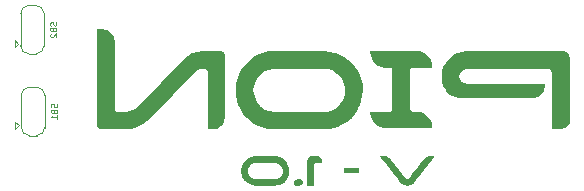
<source format=gbr>
%TF.GenerationSoftware,KiCad,Pcbnew,8.0.6*%
%TF.CreationDate,2024-11-05T11:01:03+02:00*%
%TF.ProjectId,PionController,50696f6e-436f-46e7-9472-6f6c6c65722e,rev?*%
%TF.SameCoordinates,Original*%
%TF.FileFunction,Legend,Bot*%
%TF.FilePolarity,Positive*%
%FSLAX46Y46*%
G04 Gerber Fmt 4.6, Leading zero omitted, Abs format (unit mm)*
G04 Created by KiCad (PCBNEW 8.0.6) date 2024-11-05 11:01:03*
%MOMM*%
%LPD*%
G01*
G04 APERTURE LIST*
%ADD10C,0.100000*%
%ADD11C,0.125000*%
%ADD12C,0.120000*%
G04 APERTURE END LIST*
D10*
G36*
X152199685Y-91612226D02*
G01*
X151781664Y-91651671D01*
X151395150Y-91770006D01*
X151040143Y-91967233D01*
X150716643Y-92243349D01*
X150444801Y-92575519D01*
X150250628Y-92940907D01*
X150134124Y-93339511D01*
X150095289Y-93771332D01*
X150134406Y-94200398D01*
X150251757Y-94586340D01*
X150447342Y-94929158D01*
X150495847Y-94992547D01*
X150809913Y-95292908D01*
X151198168Y-95494969D01*
X151605565Y-95592056D01*
X151949581Y-95613900D01*
X157825087Y-95613900D01*
X158222848Y-95530079D01*
X158520690Y-95316901D01*
X158734647Y-94987173D01*
X158805966Y-94595896D01*
X158805966Y-94363377D01*
X152219225Y-94363377D01*
X151846045Y-94239546D01*
X151775680Y-94175799D01*
X151600306Y-93826184D01*
X151595917Y-93749839D01*
X151595917Y-93722484D01*
X151725284Y-93347058D01*
X151777634Y-93290662D01*
X152129670Y-93117195D01*
X152205547Y-93112854D01*
X159157676Y-93112854D01*
X159380425Y-93206643D01*
X159474214Y-93433300D01*
X159474214Y-94328206D01*
X159474214Y-95545512D01*
X159474214Y-98240000D01*
X160138555Y-98240000D01*
X160531023Y-98145355D01*
X160730600Y-97997711D01*
X160940496Y-97651954D01*
X160974842Y-97405666D01*
X160974842Y-92147606D01*
X160829978Y-91776660D01*
X160820481Y-91766587D01*
X160455391Y-91612376D01*
X160441416Y-91612226D01*
X152199685Y-91612226D01*
G37*
G36*
X145929483Y-96528346D02*
G01*
X145868911Y-96676845D01*
X145724319Y-96739371D01*
X144053698Y-96739371D01*
X144103432Y-97148692D01*
X144269557Y-97536929D01*
X144407362Y-97722205D01*
X144712549Y-97984081D01*
X145095308Y-98116796D01*
X145245603Y-98126671D01*
X149305896Y-98126671D01*
X149256162Y-97717350D01*
X149090037Y-97329113D01*
X148952233Y-97143838D01*
X148639405Y-96881962D01*
X148245533Y-96749246D01*
X148090544Y-96739371D01*
X147635275Y-96739371D01*
X147486775Y-96682707D01*
X147430111Y-96532254D01*
X147430111Y-93210551D01*
X147484822Y-93060097D01*
X147633321Y-92999525D01*
X149305896Y-92999525D01*
X149256162Y-92592952D01*
X149090037Y-92203971D01*
X148952233Y-92016692D01*
X148640670Y-91754816D01*
X148247439Y-91622100D01*
X148092498Y-91612226D01*
X147597265Y-91612226D01*
X147099284Y-91612226D01*
X146598556Y-91612226D01*
X146095080Y-91612226D01*
X145588856Y-91612226D01*
X145079884Y-91612226D01*
X144568165Y-91612226D01*
X144053698Y-91612226D01*
X144103432Y-92020630D01*
X144269557Y-92409116D01*
X144407362Y-92595059D01*
X144712871Y-92856935D01*
X145096699Y-92989650D01*
X145247557Y-92999525D01*
X145726273Y-92999525D01*
X145868911Y-93060097D01*
X145929483Y-93212505D01*
X145929483Y-96528346D01*
G37*
G36*
X140251585Y-91613241D02*
G01*
X140656341Y-91648770D01*
X141049648Y-91735057D01*
X141431507Y-91872100D01*
X141504016Y-91904187D01*
X141850994Y-92089354D01*
X142172021Y-92315737D01*
X142467096Y-92583335D01*
X142522715Y-92640809D01*
X142776766Y-92945120D01*
X142990746Y-93277672D01*
X143164654Y-93638464D01*
X143195650Y-93715622D01*
X143320634Y-94108052D01*
X143395624Y-94511548D01*
X143420621Y-94926113D01*
X143419621Y-95010384D01*
X143384625Y-95424643D01*
X143299636Y-95827071D01*
X143164654Y-96217669D01*
X143133078Y-96291613D01*
X142951155Y-96644849D01*
X142729161Y-96970608D01*
X142467096Y-97268890D01*
X142410157Y-97325722D01*
X142109891Y-97585612D01*
X141783674Y-97805049D01*
X141431507Y-97984033D01*
X141356051Y-98015029D01*
X140971903Y-98140013D01*
X140576306Y-98215003D01*
X140169260Y-98240000D01*
X135917480Y-98240000D01*
X135835155Y-98239000D01*
X135430399Y-98204004D01*
X135037092Y-98119015D01*
X134655233Y-97984033D01*
X134582724Y-97951472D01*
X134235746Y-97764398D01*
X133914719Y-97536870D01*
X133619644Y-97268890D01*
X133564025Y-97211432D01*
X133309974Y-96907655D01*
X133095995Y-96576400D01*
X132922086Y-96217669D01*
X132891090Y-96140496D01*
X132766106Y-95747532D01*
X132691116Y-95342737D01*
X132666120Y-94926113D01*
X134166748Y-94926113D01*
X134174838Y-95110730D01*
X134252204Y-95500890D01*
X134434241Y-95893434D01*
X134684542Y-96209853D01*
X134818662Y-96333959D01*
X135143874Y-96552695D01*
X135543287Y-96697486D01*
X135937020Y-96739371D01*
X140149720Y-96739371D01*
X140284571Y-96734717D01*
X140708027Y-96651980D01*
X141091412Y-96465821D01*
X141402198Y-96209853D01*
X141523556Y-96073535D01*
X141737450Y-95741592D01*
X141879034Y-95331798D01*
X141919993Y-94926113D01*
X141911902Y-94741495D01*
X141834536Y-94351335D01*
X141652499Y-93958791D01*
X141402198Y-93642372D01*
X141268078Y-93518266D01*
X140942867Y-93299530D01*
X140543453Y-93154739D01*
X140149720Y-93112854D01*
X135937020Y-93112854D01*
X135802169Y-93117508D01*
X135378713Y-93200245D01*
X134995328Y-93386404D01*
X134684542Y-93642372D01*
X134563184Y-93778690D01*
X134349290Y-94110633D01*
X134207706Y-94520427D01*
X134166748Y-94926113D01*
X132666120Y-94926113D01*
X132667119Y-94842314D01*
X132702115Y-94429964D01*
X132787104Y-94028680D01*
X132922086Y-93638464D01*
X132953662Y-93564047D01*
X133135585Y-93208902D01*
X133357579Y-92881998D01*
X133619644Y-92583335D01*
X133676583Y-92526518D01*
X133976849Y-92267163D01*
X134303066Y-92049023D01*
X134655233Y-91872100D01*
X134730689Y-91840631D01*
X135114837Y-91713739D01*
X135510434Y-91637604D01*
X135917480Y-91612226D01*
X140169260Y-91612226D01*
X140251585Y-91613241D01*
G37*
G36*
X122404012Y-90842372D02*
G01*
X122333172Y-90444323D01*
X122120652Y-90103805D01*
X122081612Y-90062749D01*
X121748878Y-89828533D01*
X121355180Y-89737715D01*
X121298080Y-89736441D01*
X120903384Y-89736441D01*
X120903384Y-97884382D01*
X121008897Y-98140348D01*
X121255094Y-98240000D01*
X123261793Y-98240000D01*
X123681900Y-98209984D01*
X124093234Y-98119939D01*
X124459560Y-97985987D01*
X124838108Y-97789797D01*
X125183870Y-97545121D01*
X125469748Y-97280614D01*
X129276029Y-93323879D01*
X129617955Y-93129546D01*
X129774284Y-93112854D01*
X130075191Y-93112854D01*
X130217829Y-93173426D01*
X130282309Y-93323879D01*
X130282309Y-98240000D01*
X130677006Y-98240000D01*
X131078833Y-98169589D01*
X131419695Y-97958357D01*
X131460537Y-97919553D01*
X131691947Y-97587249D01*
X131781678Y-97194839D01*
X131782937Y-97137976D01*
X131782937Y-91973705D01*
X131679378Y-91717739D01*
X131433182Y-91612226D01*
X129797732Y-91612226D01*
X129397622Y-91650866D01*
X129006957Y-91766786D01*
X128955582Y-91788080D01*
X128597862Y-91986661D01*
X128283075Y-92245349D01*
X128244347Y-92284382D01*
X124432205Y-96245024D01*
X124118696Y-96505715D01*
X123726673Y-96680957D01*
X123327412Y-96738889D01*
X123285240Y-96739371D01*
X122611130Y-96739371D01*
X122470446Y-96678799D01*
X122404012Y-96526392D01*
X122404012Y-90842372D01*
G37*
G36*
X144890195Y-100504584D02*
G01*
X144981875Y-100631916D01*
X145074281Y-100752143D01*
X145119539Y-100810132D01*
X145215392Y-100930740D01*
X145307312Y-101047834D01*
X145351814Y-101104689D01*
X145449802Y-101228380D01*
X145544861Y-101349729D01*
X145626587Y-101455666D01*
X145753006Y-101615530D01*
X145873153Y-101767319D01*
X145987027Y-101911032D01*
X146094629Y-102046669D01*
X146195958Y-102174230D01*
X146291014Y-102293716D01*
X146407999Y-102440467D01*
X146513833Y-102572862D01*
X146608515Y-102690900D01*
X146651674Y-102744535D01*
X146758607Y-102851926D01*
X146896313Y-102936065D01*
X147052451Y-102981370D01*
X147166782Y-102990000D01*
X147213677Y-102990000D01*
X147364253Y-102974658D01*
X147516134Y-102920723D01*
X147649467Y-102827955D01*
X147728053Y-102744535D01*
X147833801Y-102612991D01*
X147932851Y-102489132D01*
X148044747Y-102348717D01*
X148137098Y-102232541D01*
X148236676Y-102107054D01*
X148343479Y-101972254D01*
X148457507Y-101828142D01*
X148578762Y-101674717D01*
X148707242Y-101511981D01*
X148751674Y-101455666D01*
X148850589Y-101329975D01*
X148942169Y-101213479D01*
X149042384Y-101085821D01*
X149145953Y-100953622D01*
X149246715Y-100824604D01*
X149257990Y-100810132D01*
X149355163Y-100685834D01*
X149445958Y-100566805D01*
X149490265Y-100504584D01*
X149118771Y-100504584D01*
X148963433Y-100520659D01*
X148823482Y-100568881D01*
X148698918Y-100649252D01*
X148589741Y-100761772D01*
X148480367Y-100900444D01*
X148374811Y-101034175D01*
X148273074Y-101162967D01*
X148175154Y-101286818D01*
X148081053Y-101405729D01*
X147947060Y-101574832D01*
X147821659Y-101732821D01*
X147704848Y-101879693D01*
X147596628Y-102015451D01*
X147496999Y-102140092D01*
X147377524Y-102288991D01*
X147297941Y-102387697D01*
X147213677Y-102427264D01*
X147166782Y-102427264D01*
X147080321Y-102385498D01*
X146972621Y-102251936D01*
X146849557Y-102098544D01*
X146747176Y-101970486D01*
X146636152Y-101831275D01*
X146516487Y-101680910D01*
X146388178Y-101519390D01*
X146251227Y-101346717D01*
X146155125Y-101225405D01*
X146055182Y-101099135D01*
X145951398Y-100967908D01*
X145843773Y-100831723D01*
X145788520Y-100761772D01*
X145680305Y-100649252D01*
X145556428Y-100568881D01*
X145416889Y-100520659D01*
X145261688Y-100504584D01*
X144890195Y-100504584D01*
G37*
G36*
X143093545Y-101489371D02*
G01*
X141827390Y-101489371D01*
X141827390Y-101958318D01*
X143093545Y-101958318D01*
X143093545Y-101489371D01*
G37*
G36*
X139300942Y-103013447D02*
G01*
X139300942Y-101237313D01*
X139350767Y-101116413D01*
X139470202Y-101067320D01*
X140004361Y-101067320D01*
X139988776Y-100914935D01*
X139936226Y-100767657D01*
X139872470Y-100670181D01*
X139764965Y-100569270D01*
X139619226Y-100510406D01*
X139550069Y-100504584D01*
X139045952Y-100504584D01*
X138901124Y-100540362D01*
X138829064Y-100596175D01*
X138750983Y-100724288D01*
X138738206Y-100815994D01*
X138738206Y-103013447D01*
X139300942Y-103013447D01*
G37*
G36*
X138345464Y-102595792D02*
G01*
X138299302Y-102507864D01*
X138187927Y-102469762D01*
X137944661Y-102469762D01*
X137794764Y-102495728D01*
X137697732Y-102551828D01*
X137607271Y-102671485D01*
X137595150Y-102746001D01*
X137595150Y-102863970D01*
X137641311Y-102952630D01*
X137752686Y-102990000D01*
X137997418Y-102990000D01*
X138146233Y-102964033D01*
X138244347Y-102907934D01*
X138333515Y-102787330D01*
X138345464Y-102711563D01*
X138345464Y-102595792D01*
G37*
G36*
X136002842Y-100504971D02*
G01*
X136157273Y-100518495D01*
X136307267Y-100551339D01*
X136452826Y-100603503D01*
X136480375Y-100615450D01*
X136612022Y-100684629D01*
X136733509Y-100769552D01*
X136844836Y-100870216D01*
X136865790Y-100891848D01*
X136961717Y-101006022D01*
X137042904Y-101130214D01*
X137109351Y-101264424D01*
X137120974Y-101293358D01*
X137167843Y-101440519D01*
X137195964Y-101591830D01*
X137205338Y-101747292D01*
X137204963Y-101778716D01*
X137191840Y-101933348D01*
X137159969Y-102083829D01*
X137109351Y-102230160D01*
X137097240Y-102257898D01*
X137027846Y-102390662D01*
X136943711Y-102513551D01*
X136844836Y-102626566D01*
X136823383Y-102647701D01*
X136710025Y-102744444D01*
X136586506Y-102826303D01*
X136452826Y-102893279D01*
X136424069Y-102904992D01*
X136277623Y-102952218D01*
X136126742Y-102980554D01*
X135971423Y-102990000D01*
X134360153Y-102990000D01*
X134328912Y-102989622D01*
X134175196Y-102976398D01*
X134025631Y-102944284D01*
X133880216Y-102893279D01*
X133852753Y-102881075D01*
X133721363Y-102811122D01*
X133599847Y-102726286D01*
X133488206Y-102626566D01*
X133466994Y-102604753D01*
X133370294Y-102489763D01*
X133289193Y-102364899D01*
X133223691Y-102230160D01*
X133211801Y-102201226D01*
X133163859Y-102054065D01*
X133135094Y-101902753D01*
X133125505Y-101747292D01*
X133688241Y-101747292D01*
X133691344Y-101816340D01*
X133721013Y-101962238D01*
X133790822Y-102108984D01*
X133886810Y-102227229D01*
X133937380Y-102274112D01*
X134060622Y-102356744D01*
X134212921Y-102411441D01*
X134363817Y-102427264D01*
X135967759Y-102427264D01*
X136036281Y-102424138D01*
X136181162Y-102394250D01*
X136327049Y-102323926D01*
X136444766Y-102227229D01*
X136491134Y-102176293D01*
X136572857Y-102052226D01*
X136626953Y-101899012D01*
X136642602Y-101747292D01*
X136639511Y-101678232D01*
X136609952Y-101532225D01*
X136540400Y-101385221D01*
X136444766Y-101266622D01*
X136394036Y-101219911D01*
X136270600Y-101137582D01*
X136118359Y-101083085D01*
X135967759Y-101067320D01*
X134363817Y-101067320D01*
X134295135Y-101070434D01*
X134150061Y-101100212D01*
X134004231Y-101170280D01*
X133886810Y-101266622D01*
X133829605Y-101330907D01*
X133751070Y-101456719D01*
X133703948Y-101595514D01*
X133688241Y-101747292D01*
X133125505Y-101747292D01*
X133125889Y-101715868D01*
X133139313Y-101561236D01*
X133171913Y-101410755D01*
X133223691Y-101264424D01*
X133235544Y-101236780D01*
X133304165Y-101104574D01*
X133388386Y-100982386D01*
X133488206Y-100870216D01*
X133509744Y-100848824D01*
X133623360Y-100751308D01*
X133746851Y-100669534D01*
X133880216Y-100603503D01*
X133908967Y-100591524D01*
X134055212Y-100543224D01*
X134205607Y-100514244D01*
X134360153Y-100504584D01*
X135971423Y-100504584D01*
X136002842Y-100504971D01*
G37*
D11*
X117444000Y-89158048D02*
X117467809Y-89229476D01*
X117467809Y-89229476D02*
X117467809Y-89348524D01*
X117467809Y-89348524D02*
X117444000Y-89396143D01*
X117444000Y-89396143D02*
X117420190Y-89419952D01*
X117420190Y-89419952D02*
X117372571Y-89443762D01*
X117372571Y-89443762D02*
X117324952Y-89443762D01*
X117324952Y-89443762D02*
X117277333Y-89419952D01*
X117277333Y-89419952D02*
X117253523Y-89396143D01*
X117253523Y-89396143D02*
X117229714Y-89348524D01*
X117229714Y-89348524D02*
X117205904Y-89253286D01*
X117205904Y-89253286D02*
X117182095Y-89205667D01*
X117182095Y-89205667D02*
X117158285Y-89181857D01*
X117158285Y-89181857D02*
X117110666Y-89158048D01*
X117110666Y-89158048D02*
X117063047Y-89158048D01*
X117063047Y-89158048D02*
X117015428Y-89181857D01*
X117015428Y-89181857D02*
X116991619Y-89205667D01*
X116991619Y-89205667D02*
X116967809Y-89253286D01*
X116967809Y-89253286D02*
X116967809Y-89372333D01*
X116967809Y-89372333D02*
X116991619Y-89443762D01*
X117205904Y-89824714D02*
X117229714Y-89896142D01*
X117229714Y-89896142D02*
X117253523Y-89919952D01*
X117253523Y-89919952D02*
X117301142Y-89943761D01*
X117301142Y-89943761D02*
X117372571Y-89943761D01*
X117372571Y-89943761D02*
X117420190Y-89919952D01*
X117420190Y-89919952D02*
X117444000Y-89896142D01*
X117444000Y-89896142D02*
X117467809Y-89848523D01*
X117467809Y-89848523D02*
X117467809Y-89658047D01*
X117467809Y-89658047D02*
X116967809Y-89658047D01*
X116967809Y-89658047D02*
X116967809Y-89824714D01*
X116967809Y-89824714D02*
X116991619Y-89872333D01*
X116991619Y-89872333D02*
X117015428Y-89896142D01*
X117015428Y-89896142D02*
X117063047Y-89919952D01*
X117063047Y-89919952D02*
X117110666Y-89919952D01*
X117110666Y-89919952D02*
X117158285Y-89896142D01*
X117158285Y-89896142D02*
X117182095Y-89872333D01*
X117182095Y-89872333D02*
X117205904Y-89824714D01*
X117205904Y-89824714D02*
X117205904Y-89658047D01*
X117015428Y-90134238D02*
X116991619Y-90158047D01*
X116991619Y-90158047D02*
X116967809Y-90205666D01*
X116967809Y-90205666D02*
X116967809Y-90324714D01*
X116967809Y-90324714D02*
X116991619Y-90372333D01*
X116991619Y-90372333D02*
X117015428Y-90396142D01*
X117015428Y-90396142D02*
X117063047Y-90419952D01*
X117063047Y-90419952D02*
X117110666Y-90419952D01*
X117110666Y-90419952D02*
X117182095Y-90396142D01*
X117182095Y-90396142D02*
X117467809Y-90110428D01*
X117467809Y-90110428D02*
X117467809Y-90419952D01*
X117501000Y-96069048D02*
X117524809Y-96140476D01*
X117524809Y-96140476D02*
X117524809Y-96259524D01*
X117524809Y-96259524D02*
X117501000Y-96307143D01*
X117501000Y-96307143D02*
X117477190Y-96330952D01*
X117477190Y-96330952D02*
X117429571Y-96354762D01*
X117429571Y-96354762D02*
X117381952Y-96354762D01*
X117381952Y-96354762D02*
X117334333Y-96330952D01*
X117334333Y-96330952D02*
X117310523Y-96307143D01*
X117310523Y-96307143D02*
X117286714Y-96259524D01*
X117286714Y-96259524D02*
X117262904Y-96164286D01*
X117262904Y-96164286D02*
X117239095Y-96116667D01*
X117239095Y-96116667D02*
X117215285Y-96092857D01*
X117215285Y-96092857D02*
X117167666Y-96069048D01*
X117167666Y-96069048D02*
X117120047Y-96069048D01*
X117120047Y-96069048D02*
X117072428Y-96092857D01*
X117072428Y-96092857D02*
X117048619Y-96116667D01*
X117048619Y-96116667D02*
X117024809Y-96164286D01*
X117024809Y-96164286D02*
X117024809Y-96283333D01*
X117024809Y-96283333D02*
X117048619Y-96354762D01*
X117262904Y-96735714D02*
X117286714Y-96807142D01*
X117286714Y-96807142D02*
X117310523Y-96830952D01*
X117310523Y-96830952D02*
X117358142Y-96854761D01*
X117358142Y-96854761D02*
X117429571Y-96854761D01*
X117429571Y-96854761D02*
X117477190Y-96830952D01*
X117477190Y-96830952D02*
X117501000Y-96807142D01*
X117501000Y-96807142D02*
X117524809Y-96759523D01*
X117524809Y-96759523D02*
X117524809Y-96569047D01*
X117524809Y-96569047D02*
X117024809Y-96569047D01*
X117024809Y-96569047D02*
X117024809Y-96735714D01*
X117024809Y-96735714D02*
X117048619Y-96783333D01*
X117048619Y-96783333D02*
X117072428Y-96807142D01*
X117072428Y-96807142D02*
X117120047Y-96830952D01*
X117120047Y-96830952D02*
X117167666Y-96830952D01*
X117167666Y-96830952D02*
X117215285Y-96807142D01*
X117215285Y-96807142D02*
X117239095Y-96783333D01*
X117239095Y-96783333D02*
X117262904Y-96735714D01*
X117262904Y-96735714D02*
X117262904Y-96569047D01*
X117524809Y-97330952D02*
X117524809Y-97045238D01*
X117524809Y-97188095D02*
X117024809Y-97188095D01*
X117024809Y-97188095D02*
X117096238Y-97140476D01*
X117096238Y-97140476D02*
X117143857Y-97092857D01*
X117143857Y-97092857D02*
X117167666Y-97045238D01*
D12*
%TO.C,SB2*%
X113943000Y-90689000D02*
X113943000Y-91289000D01*
X113943000Y-90689000D02*
X114243000Y-90989000D01*
X113943000Y-91289000D02*
X114243000Y-90989000D01*
X114443000Y-91189000D02*
X114443000Y-88389000D01*
X115143000Y-87739000D02*
X115743000Y-87739000D01*
X115743000Y-91839000D02*
X115143000Y-91839000D01*
X116443000Y-88389000D02*
X116443000Y-91189000D01*
X114443000Y-88439000D02*
G75*
G02*
X115143000Y-87739000I700000J0D01*
G01*
X115143000Y-91839000D02*
G75*
G02*
X114443000Y-91139000I-1J699999D01*
G01*
X115743000Y-87739000D02*
G75*
G02*
X116443000Y-88439000I0J-700000D01*
G01*
X116443000Y-91139000D02*
G75*
G02*
X115743000Y-91839000I-699999J-1D01*
G01*
%TO.C,SB1*%
X114000000Y-97600000D02*
X114000000Y-98200000D01*
X114000000Y-97600000D02*
X114300000Y-97900000D01*
X114000000Y-98200000D02*
X114300000Y-97900000D01*
X114500000Y-98100000D02*
X114500000Y-95300000D01*
X115200000Y-94650000D02*
X115800000Y-94650000D01*
X115800000Y-98750000D02*
X115200000Y-98750000D01*
X116500000Y-95300000D02*
X116500000Y-98100000D01*
X114500000Y-95350000D02*
G75*
G02*
X115200000Y-94650000I700000J0D01*
G01*
X115200000Y-98750000D02*
G75*
G02*
X114500000Y-98050000I-1J699999D01*
G01*
X115800000Y-94650000D02*
G75*
G02*
X116500000Y-95350000I0J-700000D01*
G01*
X116500000Y-98050000D02*
G75*
G02*
X115800000Y-98750000I-699999J-1D01*
G01*
%TD*%
M02*

</source>
